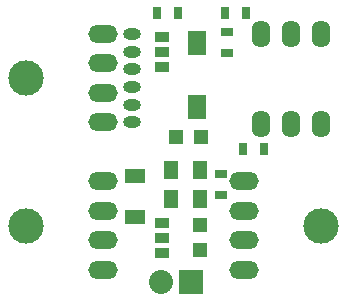
<source format=gbr>
G04 #@! TF.FileFunction,Soldermask,Top*
%FSLAX46Y46*%
G04 Gerber Fmt 4.6, Leading zero omitted, Abs format (unit mm)*
G04 Created by KiCad (PCBNEW 4.0.5) date 01/12/17 11:30:12*
%MOMM*%
%LPD*%
G01*
G04 APERTURE LIST*
%ADD10C,0.100000*%
%ADD11O,2.500000X1.500000*%
%ADD12C,3.000000*%
%ADD13R,0.800000X1.000000*%
%ADD14R,1.300000X1.500000*%
%ADD15R,1.198880X1.198880*%
%ADD16R,1.270000X0.965200*%
%ADD17O,1.524000X1.000000*%
%ADD18R,2.032000X2.032000*%
%ADD19O,2.032000X2.032000*%
%ADD20R,1.000000X0.800000*%
%ADD21R,1.600000X2.000000*%
%ADD22R,1.699260X1.300480*%
%ADD23O,1.600000X2.300000*%
G04 APERTURE END LIST*
D10*
D11*
X21000000Y-22500000D03*
X21000000Y-20000000D03*
X21000000Y-17500000D03*
X21000000Y-15000000D03*
D12*
X27500000Y-18750000D03*
D11*
X9000000Y-15000000D03*
X9000000Y-17500000D03*
X9000000Y-20000000D03*
X9000000Y-22500000D03*
D12*
X2500000Y-18750000D03*
D13*
X22650000Y-12250000D03*
X20850000Y-12250000D03*
D14*
X14750000Y-14000000D03*
X17250000Y-14000000D03*
X14750000Y-16500000D03*
X17250000Y-16500000D03*
D13*
X13600000Y-750000D03*
X15400000Y-750000D03*
D15*
X17250000Y-18700980D03*
X17250000Y-20799020D03*
X15200980Y-11250000D03*
X17299020Y-11250000D03*
D16*
X14000000Y-5270000D03*
X14000000Y-4000000D03*
X14000000Y-2730000D03*
D17*
X11500000Y-2500000D03*
X11500000Y-4000000D03*
X11500000Y-5500000D03*
X11500000Y-7000000D03*
X11500000Y-8500000D03*
X11500000Y-10000000D03*
D18*
X16500000Y-23500000D03*
D19*
X13960000Y-23500000D03*
D20*
X19500000Y-2350000D03*
X19500000Y-4150000D03*
D13*
X21150000Y-750000D03*
X19350000Y-750000D03*
D20*
X19000000Y-16150000D03*
X19000000Y-14350000D03*
D21*
X17000000Y-3300000D03*
X17000000Y-8700000D03*
D11*
X9000000Y-2500000D03*
X9000000Y-5000000D03*
X9000000Y-7500000D03*
X9000000Y-10000000D03*
D12*
X2500000Y-6250000D03*
D16*
X14000000Y-18480000D03*
X14000000Y-19750000D03*
X14000000Y-21020000D03*
D22*
X11750000Y-18000060D03*
X11750000Y-14499940D03*
D23*
X27500000Y-2500000D03*
X24960000Y-2500000D03*
X22420000Y-2500000D03*
X22420000Y-10120000D03*
X24960000Y-10120000D03*
X27500000Y-10120000D03*
M02*

</source>
